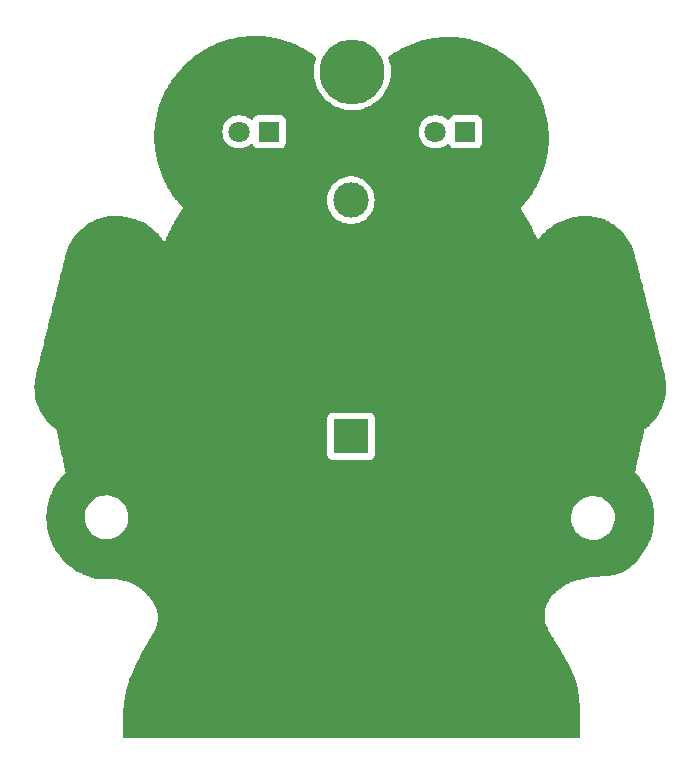
<source format=gbr>
%TF.GenerationSoftware,KiCad,Pcbnew,7.0.1*%
%TF.CreationDate,2023-05-15T20:45:38+02:00*%
%TF.ProjectId,robi,726f6269-2e6b-4696-9361-645f70636258,rev?*%
%TF.SameCoordinates,Original*%
%TF.FileFunction,Copper,L1,Top*%
%TF.FilePolarity,Positive*%
%FSLAX46Y46*%
G04 Gerber Fmt 4.6, Leading zero omitted, Abs format (unit mm)*
G04 Created by KiCad (PCBNEW 7.0.1) date 2023-05-15 20:45:38*
%MOMM*%
%LPD*%
G01*
G04 APERTURE LIST*
%TA.AperFunction,ComponentPad*%
%ADD10R,1.800000X1.800000*%
%TD*%
%TA.AperFunction,ComponentPad*%
%ADD11C,1.800000*%
%TD*%
%TA.AperFunction,WasherPad*%
%ADD12C,5.500000*%
%TD*%
%TA.AperFunction,ComponentPad*%
%ADD13R,3.000000X3.000000*%
%TD*%
%TA.AperFunction,ComponentPad*%
%ADD14C,3.000000*%
%TD*%
G04 APERTURE END LIST*
D10*
%TO.P,D2,1,K*%
%TO.N,GND*%
X87200000Y-50200000D03*
D11*
%TO.P,D2,2,A*%
%TO.N,VCC*%
X84660000Y-50200000D03*
%TD*%
D10*
%TO.P,D1,1,K*%
%TO.N,GND*%
X70575000Y-50200000D03*
D11*
%TO.P,D1,2,A*%
%TO.N,VCC*%
X68035000Y-50200000D03*
%TD*%
D12*
%TO.P,,*%
%TO.N,*%
X77610000Y-45110000D03*
%TD*%
D13*
%TO.P,Batterie,1,+*%
%TO.N,+3V0*%
X77500000Y-76000000D03*
D14*
%TO.P,Batterie,2,-*%
%TO.N,GND*%
X77500000Y-56000000D03*
%TD*%
%TA.AperFunction,NonConductor*%
G36*
X69473519Y-42093881D02*
G01*
X69729625Y-42100226D01*
X69733401Y-42100379D01*
X69989192Y-42114720D01*
X69993019Y-42114994D01*
X70248275Y-42137260D01*
X70252011Y-42137644D01*
X70506472Y-42167766D01*
X70510202Y-42168265D01*
X70763695Y-42206176D01*
X70767332Y-42206777D01*
X71019612Y-42252410D01*
X71023217Y-42253120D01*
X71246733Y-42300601D01*
X71273975Y-42306388D01*
X71277635Y-42307223D01*
X71348086Y-42324433D01*
X71522449Y-42367027D01*
X71526662Y-42368056D01*
X71530280Y-42368998D01*
X71777408Y-42437340D01*
X71780957Y-42438379D01*
X72025965Y-42514162D01*
X72029482Y-42515308D01*
X72272058Y-42598437D01*
X72275565Y-42599698D01*
X72323115Y-42617614D01*
X72510085Y-42688061D01*
X72515516Y-42690107D01*
X72518975Y-42691470D01*
X72756067Y-42789084D01*
X72759451Y-42790537D01*
X72993565Y-42895332D01*
X72996929Y-42896901D01*
X73227782Y-43008785D01*
X73230931Y-43010368D01*
X73404599Y-43100841D01*
X73408367Y-43102889D01*
X73579433Y-43199776D01*
X73582945Y-43201843D01*
X73709626Y-43279273D01*
X73752064Y-43305212D01*
X73755372Y-43307306D01*
X73902319Y-43403627D01*
X73922453Y-43416824D01*
X73925526Y-43418905D01*
X74090511Y-43534263D01*
X74090529Y-43534275D01*
X74093380Y-43536330D01*
X74146158Y-43575513D01*
X74256210Y-43657218D01*
X74258871Y-43659250D01*
X74419333Y-43785240D01*
X74421806Y-43787233D01*
X74446139Y-43807368D01*
X74508379Y-43858869D01*
X74540440Y-43899358D01*
X74553227Y-43949395D01*
X74544521Y-44000300D01*
X74517537Y-44068024D01*
X74424239Y-44404055D01*
X74423008Y-44408490D01*
X74386603Y-44630553D01*
X74365843Y-44757183D01*
X74346713Y-45110000D01*
X74365843Y-45462816D01*
X74365843Y-45462821D01*
X74365844Y-45462823D01*
X74383014Y-45567553D01*
X74423009Y-45811517D01*
X74517535Y-46151971D01*
X74648321Y-46480219D01*
X74813827Y-46792395D01*
X75012122Y-47084859D01*
X75240869Y-47354160D01*
X75497391Y-47597152D01*
X75516145Y-47611408D01*
X75778686Y-47810986D01*
X76081449Y-47993152D01*
X76247315Y-48069890D01*
X76402133Y-48141517D01*
X76736978Y-48254339D01*
X76748477Y-48256870D01*
X77082059Y-48330297D01*
X77398872Y-48364752D01*
X77433328Y-48368500D01*
X77433329Y-48368500D01*
X77786671Y-48368500D01*
X77786672Y-48368500D01*
X77818049Y-48365087D01*
X78137941Y-48330297D01*
X78483021Y-48254339D01*
X78817867Y-48141517D01*
X79138551Y-47993152D01*
X79441314Y-47810986D01*
X79722607Y-47597153D01*
X79979131Y-47354160D01*
X80207879Y-47084857D01*
X80406170Y-46792400D01*
X80555633Y-46510482D01*
X80571678Y-46480219D01*
X80702464Y-46151971D01*
X80796990Y-45811517D01*
X80796989Y-45811517D01*
X80796992Y-45811510D01*
X80854156Y-45462823D01*
X80873286Y-45110000D01*
X80854156Y-44757177D01*
X80796992Y-44408490D01*
X80761639Y-44281160D01*
X80702465Y-44068032D01*
X80664689Y-43973223D01*
X80656144Y-43919261D01*
X80671620Y-43866865D01*
X80708109Y-43826208D01*
X80886724Y-43699436D01*
X80889286Y-43697668D01*
X81075221Y-43572911D01*
X81077809Y-43571222D01*
X81267041Y-43451339D01*
X81269755Y-43449670D01*
X81272444Y-43448064D01*
X81461973Y-43334858D01*
X81464727Y-43333262D01*
X81659876Y-43223565D01*
X81662650Y-43222054D01*
X81860631Y-43117536D01*
X81863489Y-43116075D01*
X82064103Y-43016863D01*
X82066964Y-43015494D01*
X82270133Y-42921644D01*
X82273040Y-42920347D01*
X82478611Y-42831958D01*
X82481554Y-42830739D01*
X82689340Y-42747918D01*
X82692358Y-42746762D01*
X82902276Y-42669576D01*
X82905383Y-42668482D01*
X83117289Y-42597023D01*
X83120371Y-42596031D01*
X83317030Y-42535637D01*
X83334015Y-42530421D01*
X83337259Y-42529472D01*
X83552656Y-42469749D01*
X83555857Y-42468909D01*
X83774224Y-42414828D01*
X83775932Y-42414420D01*
X83981885Y-42367017D01*
X83985050Y-42366333D01*
X84190843Y-42324754D01*
X84194034Y-42324154D01*
X84400874Y-42288070D01*
X84403975Y-42287571D01*
X84611638Y-42256972D01*
X84614834Y-42256544D01*
X84823236Y-42231399D01*
X84826324Y-42231067D01*
X85035371Y-42211346D01*
X85038457Y-42211095D01*
X85247922Y-42196782D01*
X85251073Y-42196607D01*
X85460892Y-42187670D01*
X85463917Y-42187580D01*
X85673960Y-42183994D01*
X85676952Y-42183981D01*
X85887043Y-42185720D01*
X85890128Y-42185785D01*
X86100136Y-42192822D01*
X86103169Y-42192962D01*
X86312990Y-42205272D01*
X86315969Y-42205484D01*
X86525469Y-42223038D01*
X86528449Y-42223325D01*
X86737522Y-42246102D01*
X86740537Y-42246469D01*
X86948900Y-42274421D01*
X86951856Y-42274854D01*
X87136666Y-42304327D01*
X87159535Y-42307974D01*
X87162557Y-42308494D01*
X87369315Y-42346736D01*
X87372306Y-42347328D01*
X87578127Y-42390686D01*
X87581012Y-42391331D01*
X87773832Y-42436954D01*
X87785662Y-42439753D01*
X87788639Y-42440496D01*
X87791701Y-42441301D01*
X87992036Y-42493969D01*
X87994922Y-42494766D01*
X88197000Y-42553277D01*
X88199865Y-42554146D01*
X88400338Y-42617624D01*
X88403206Y-42618571D01*
X88602086Y-42687031D01*
X88604921Y-42688047D01*
X88801947Y-42761416D01*
X88804750Y-42762499D01*
X88999886Y-42840781D01*
X89002744Y-42841971D01*
X89195789Y-42925111D01*
X89198564Y-42926347D01*
X89389375Y-43014306D01*
X89392165Y-43015635D01*
X89565267Y-43100827D01*
X89580689Y-43108417D01*
X89583505Y-43109848D01*
X89769548Y-43207394D01*
X89772305Y-43208886D01*
X89955707Y-43311147D01*
X89958420Y-43312705D01*
X90139267Y-43419775D01*
X90141999Y-43421442D01*
X90320922Y-43533781D01*
X90322385Y-43534714D01*
X90468863Y-43629732D01*
X90525304Y-43666344D01*
X90528457Y-43668459D01*
X90725592Y-43805176D01*
X90728651Y-43807368D01*
X90921374Y-43949950D01*
X90924360Y-43952230D01*
X91112634Y-44100550D01*
X91115521Y-44102895D01*
X91299308Y-44256834D01*
X91302097Y-44259242D01*
X91481221Y-44418568D01*
X91483894Y-44421017D01*
X91518749Y-44453908D01*
X91658306Y-44585604D01*
X91660903Y-44588127D01*
X91830451Y-44757754D01*
X91832954Y-44760333D01*
X91997609Y-44934903D01*
X91999972Y-44937481D01*
X92159622Y-45116809D01*
X92161920Y-45119467D01*
X92316343Y-45303243D01*
X92318572Y-45305973D01*
X92467796Y-45494171D01*
X92469935Y-45496948D01*
X92613792Y-45689307D01*
X92615843Y-45692132D01*
X92754313Y-45888586D01*
X92756278Y-45891459D01*
X92889182Y-46091723D01*
X92891061Y-46094641D01*
X93018342Y-46298601D01*
X93020135Y-46301566D01*
X93141659Y-46508990D01*
X93143367Y-46512001D01*
X93259096Y-46722813D01*
X93260720Y-46725871D01*
X93370497Y-46939790D01*
X93372032Y-46942888D01*
X93443209Y-47091687D01*
X93475781Y-47159779D01*
X93477236Y-47162933D01*
X93574888Y-47382686D01*
X93576256Y-47385886D01*
X93667646Y-47608158D01*
X93668929Y-47611408D01*
X93754037Y-47836212D01*
X93755234Y-47839512D01*
X93833912Y-48066541D01*
X93835015Y-48069880D01*
X93884573Y-48227207D01*
X93907193Y-48299019D01*
X93908211Y-48302419D01*
X93973777Y-48533443D01*
X93974703Y-48536894D01*
X94033583Y-48769701D01*
X94034414Y-48773202D01*
X94086497Y-49007540D01*
X94087232Y-49011091D01*
X94132429Y-49246799D01*
X94133065Y-49250402D01*
X94171286Y-49487317D01*
X94171820Y-49490969D01*
X94202978Y-49728958D01*
X94203406Y-49732659D01*
X94227512Y-49972591D01*
X94227740Y-49975122D01*
X94245534Y-50198083D01*
X94245764Y-50201593D01*
X94257176Y-50423966D01*
X94257306Y-50427449D01*
X94262463Y-50650031D01*
X94262495Y-50653483D01*
X94261453Y-50876089D01*
X94261389Y-50879515D01*
X94254199Y-51101981D01*
X94254043Y-51105373D01*
X94240761Y-51327593D01*
X94240514Y-51330953D01*
X94221202Y-51552715D01*
X94220867Y-51556043D01*
X94195573Y-51777261D01*
X94195152Y-51780557D01*
X94163921Y-52001153D01*
X94163414Y-52004416D01*
X94126334Y-52224019D01*
X94125745Y-52227248D01*
X94082842Y-52445916D01*
X94082171Y-52449113D01*
X94033506Y-52666646D01*
X94032754Y-52669811D01*
X93978392Y-52886026D01*
X93977561Y-52889157D01*
X93917563Y-53103900D01*
X93916653Y-53107001D01*
X93851066Y-53320151D01*
X93850078Y-53323219D01*
X93778958Y-53534638D01*
X93777893Y-53537674D01*
X93713466Y-53713921D01*
X93701330Y-53747119D01*
X93700186Y-53750125D01*
X93618193Y-53957575D01*
X93616972Y-53960551D01*
X93529630Y-54165795D01*
X93528332Y-54168739D01*
X93435714Y-54371602D01*
X93434337Y-54374518D01*
X93336457Y-54574942D01*
X93335001Y-54577826D01*
X93231988Y-54775527D01*
X93230454Y-54778380D01*
X93122309Y-54973328D01*
X93120693Y-54976153D01*
X93007505Y-55168136D01*
X93005810Y-55170927D01*
X92887624Y-55359832D01*
X92885846Y-55362592D01*
X92762760Y-55548211D01*
X92760899Y-55550938D01*
X92632903Y-55733233D01*
X92630957Y-55735926D01*
X92498188Y-55914638D01*
X92496156Y-55917297D01*
X92358639Y-56092328D01*
X92356522Y-56094949D01*
X92214314Y-56266162D01*
X92212108Y-56268745D01*
X92065272Y-56435989D01*
X92062977Y-56438531D01*
X91928559Y-56583361D01*
X91904987Y-56603146D01*
X91901146Y-56605628D01*
X91901142Y-56605633D01*
X91892010Y-56629266D01*
X91888854Y-56636702D01*
X91877901Y-56660338D01*
X91877420Y-56665853D01*
X91884105Y-56691027D01*
X91885924Y-56698901D01*
X91890817Y-56723760D01*
X91890819Y-56723763D01*
X91894167Y-56726870D01*
X91913959Y-56750453D01*
X91995191Y-56876145D01*
X91996053Y-56877499D01*
X92137233Y-57102280D01*
X92138248Y-57103923D01*
X92275853Y-57330780D01*
X92276845Y-57332446D01*
X92410795Y-57561271D01*
X92411764Y-57562957D01*
X92542159Y-57793944D01*
X92543105Y-57795650D01*
X92564633Y-57835228D01*
X92664749Y-58019286D01*
X92669780Y-58028534D01*
X92670703Y-58030263D01*
X92793724Y-58265200D01*
X92794623Y-58266950D01*
X92913887Y-58503781D01*
X92914762Y-58505554D01*
X93030245Y-58744276D01*
X93031094Y-58746068D01*
X93142705Y-58986522D01*
X93143531Y-58988339D01*
X93247593Y-59222317D01*
X93251954Y-59233568D01*
X93258809Y-59254176D01*
X93258810Y-59254177D01*
X93265492Y-59258961D01*
X93285498Y-59276855D01*
X93290994Y-59282964D01*
X93290995Y-59282964D01*
X93300951Y-59288717D01*
X93311910Y-59292194D01*
X93311911Y-59292195D01*
X93320136Y-59292137D01*
X93346824Y-59294854D01*
X93354870Y-59296568D01*
X93354873Y-59296566D01*
X93366311Y-59295369D01*
X93377217Y-59291741D01*
X93377219Y-59291741D01*
X93383829Y-59286867D01*
X93407028Y-59273370D01*
X93414543Y-59270029D01*
X93425411Y-59251220D01*
X93431942Y-59241090D01*
X93462896Y-59197856D01*
X93465043Y-59194950D01*
X93582556Y-59040745D01*
X93585999Y-59036432D01*
X93709185Y-58889104D01*
X93712878Y-58884889D01*
X93842536Y-58743566D01*
X93846534Y-58739408D01*
X93982547Y-58604437D01*
X93986790Y-58600422D01*
X94127895Y-58473193D01*
X94133659Y-58468309D01*
X94137341Y-58465377D01*
X94317828Y-58321638D01*
X94323123Y-58317649D01*
X94515251Y-58180839D01*
X94520599Y-58177238D01*
X94719631Y-58050741D01*
X94725064Y-58047482D01*
X94930390Y-57931380D01*
X94935868Y-57928462D01*
X95146965Y-57822777D01*
X95152501Y-57820175D01*
X95368819Y-57724953D01*
X95374359Y-57722673D01*
X95595333Y-57637953D01*
X95600876Y-57635979D01*
X95825947Y-57561804D01*
X95831450Y-57560132D01*
X96060046Y-57496543D01*
X96065563Y-57495146D01*
X96287087Y-57444475D01*
X96297029Y-57442201D01*
X96302607Y-57441058D01*
X96536398Y-57398780D01*
X96541954Y-57397906D01*
X96777519Y-57366320D01*
X96783078Y-57365703D01*
X97019771Y-57344848D01*
X97025357Y-57344482D01*
X97262648Y-57334372D01*
X97268200Y-57334261D01*
X97505473Y-57334920D01*
X97511102Y-57335064D01*
X97744430Y-57346346D01*
X97753644Y-57347138D01*
X98044804Y-57383189D01*
X98054060Y-57384692D01*
X98336246Y-57441565D01*
X98341084Y-57442540D01*
X98349969Y-57444674D01*
X98440593Y-57470010D01*
X98632035Y-57523531D01*
X98640532Y-57526240D01*
X98916523Y-57625282D01*
X98924615Y-57628511D01*
X99193377Y-57746894D01*
X99201085Y-57750611D01*
X99283520Y-57793944D01*
X99461470Y-57887484D01*
X99468800Y-57891662D01*
X99719581Y-58046113D01*
X99726526Y-58050720D01*
X99966563Y-58221871D01*
X99973143Y-58226904D01*
X100194703Y-58408465D01*
X100201226Y-58413810D01*
X100207479Y-58419295D01*
X100412435Y-58611624D01*
X100422455Y-58621026D01*
X100428357Y-58626951D01*
X100629093Y-58842581D01*
X100634638Y-58848962D01*
X100819984Y-59077531D01*
X100825147Y-59084370D01*
X100993987Y-59324919D01*
X100998756Y-59332253D01*
X101149971Y-59583798D01*
X101154313Y-59591650D01*
X101286870Y-59853324D01*
X101290718Y-59861676D01*
X101401013Y-60126444D01*
X101406364Y-60142189D01*
X101465706Y-60364811D01*
X101465735Y-60365032D01*
X101465763Y-60365025D01*
X101528559Y-60602299D01*
X101528611Y-60602498D01*
X101590786Y-60839013D01*
X101590810Y-60839205D01*
X101590835Y-60839199D01*
X101652847Y-61076583D01*
X101652869Y-61076760D01*
X101652892Y-61076755D01*
X101714552Y-61314175D01*
X101714592Y-61314331D01*
X101775984Y-61551989D01*
X101776021Y-61552133D01*
X101836827Y-61788691D01*
X101836860Y-61788820D01*
X101897845Y-62027137D01*
X101897874Y-62027252D01*
X101945734Y-62215026D01*
X101958357Y-62264551D01*
X101992458Y-62398817D01*
X102018906Y-62502949D01*
X102018928Y-62503036D01*
X102079115Y-62740726D01*
X102139194Y-62978594D01*
X102139209Y-62978653D01*
X102199176Y-63216573D01*
X102199187Y-63216618D01*
X102210780Y-63262684D01*
X102250678Y-63421233D01*
X102258972Y-63454189D01*
X102258972Y-63454190D01*
X102319150Y-63693577D01*
X102378683Y-63930544D01*
X102378606Y-63930563D01*
X102378771Y-63930892D01*
X102439355Y-64175025D01*
X102439365Y-64175129D01*
X102447367Y-64207310D01*
X102447380Y-64207362D01*
X102455956Y-64241920D01*
X102455997Y-64242017D01*
X102508097Y-64451543D01*
X102508106Y-64451625D01*
X102516454Y-64485148D01*
X102516464Y-64485187D01*
X102524652Y-64518116D01*
X102524682Y-64518187D01*
X102577834Y-64731608D01*
X102577840Y-64731657D01*
X102584400Y-64757973D01*
X102584406Y-64757998D01*
X102593330Y-64793829D01*
X102593354Y-64793890D01*
X102646883Y-65008586D01*
X102646887Y-65008625D01*
X102654910Y-65040780D01*
X102654909Y-65040781D01*
X102661560Y-65067451D01*
X102661571Y-65067481D01*
X102732577Y-65352079D01*
X102732581Y-65352089D01*
X102793920Y-65597884D01*
X102861516Y-65868798D01*
X102861520Y-65868816D01*
X102931145Y-66148042D01*
X102931152Y-66148071D01*
X102952036Y-66231912D01*
X102983850Y-66359634D01*
X102999967Y-66424335D01*
X102999967Y-66424336D01*
X103068972Y-66701783D01*
X103068985Y-66701837D01*
X103081860Y-66753702D01*
X103137553Y-66978057D01*
X103166156Y-67093556D01*
X103206098Y-67254845D01*
X103206117Y-67254923D01*
X103266389Y-67498982D01*
X103274648Y-67532426D01*
X103342650Y-67808690D01*
X103355094Y-67859432D01*
X103410698Y-68086175D01*
X103410726Y-68086289D01*
X103478109Y-68362196D01*
X103478354Y-68363218D01*
X103514140Y-68515330D01*
X103514303Y-68517371D01*
X103521983Y-68548690D01*
X103522255Y-68549819D01*
X103529657Y-68581277D01*
X103530438Y-68583163D01*
X103582442Y-68795208D01*
X103582592Y-68796902D01*
X103590663Y-68828743D01*
X103590893Y-68829667D01*
X103598724Y-68861591D01*
X103599386Y-68863149D01*
X103652906Y-69074254D01*
X103652986Y-69075105D01*
X103661484Y-69108095D01*
X103661383Y-69108120D01*
X103661601Y-69108550D01*
X103670002Y-69141686D01*
X103670336Y-69142463D01*
X103720034Y-69335397D01*
X103733305Y-69386917D01*
X103783492Y-69581876D01*
X103804882Y-69664969D01*
X103805008Y-69665464D01*
X103875180Y-69942782D01*
X103875422Y-69943755D01*
X103943114Y-70220670D01*
X103943461Y-70222126D01*
X104007600Y-70498945D01*
X104008033Y-70500886D01*
X104067521Y-70777753D01*
X104068018Y-70780184D01*
X104121803Y-71057411D01*
X104122334Y-71060334D01*
X104168484Y-71332990D01*
X104169679Y-71342082D01*
X104195964Y-71621789D01*
X104196482Y-71630837D01*
X104202261Y-71911308D01*
X104202128Y-71920142D01*
X104187919Y-72200336D01*
X104187183Y-72208929D01*
X104153496Y-72487755D01*
X104152199Y-72496093D01*
X104099563Y-72772323D01*
X104097744Y-72780396D01*
X104026684Y-73052942D01*
X104024369Y-73060758D01*
X103935448Y-73328375D01*
X103932659Y-73335939D01*
X103826437Y-73597454D01*
X103823185Y-73604773D01*
X103700234Y-73859026D01*
X103696521Y-73866111D01*
X103557459Y-74111862D01*
X103553288Y-74118705D01*
X103506015Y-74190911D01*
X103398696Y-74354826D01*
X103394043Y-74361449D01*
X103224575Y-74586715D01*
X103219432Y-74593100D01*
X103035687Y-74806396D01*
X103030035Y-74812528D01*
X102832658Y-75012699D01*
X102826478Y-75018551D01*
X102616077Y-75204495D01*
X102609353Y-75210029D01*
X102401378Y-75369293D01*
X102376144Y-75384247D01*
X102370736Y-75386638D01*
X102370734Y-75386640D01*
X102358674Y-75407409D01*
X102353569Y-75415469D01*
X102339957Y-75435234D01*
X102339956Y-75435237D01*
X102340105Y-75441143D01*
X102337370Y-75470342D01*
X102303172Y-75629279D01*
X102293695Y-75673331D01*
X102288883Y-75695694D01*
X102288883Y-75695696D01*
X102240899Y-75918728D01*
X102240899Y-75918731D01*
X102202387Y-76097744D01*
X102202388Y-76097742D01*
X102141952Y-76378682D01*
X102103662Y-76556684D01*
X102103662Y-76556687D01*
X102058463Y-76766818D01*
X102007718Y-77002728D01*
X102007718Y-77002731D01*
X101959748Y-77225750D01*
X101959748Y-77225753D01*
X101914551Y-77435881D01*
X101914551Y-77435882D01*
X101863806Y-77671792D01*
X101863806Y-77671795D01*
X101827221Y-77841874D01*
X101812998Y-77908000D01*
X101812998Y-77908002D01*
X101758174Y-78162861D01*
X101722198Y-78330104D01*
X101722198Y-78330105D01*
X101713563Y-78370245D01*
X101674677Y-78551001D01*
X101619997Y-78805155D01*
X101619995Y-78805158D01*
X101585882Y-78963699D01*
X101581810Y-78974895D01*
X101575363Y-79012111D01*
X101574410Y-79017017D01*
X101569572Y-79039506D01*
X101569309Y-79047047D01*
X101569008Y-79048783D01*
X101570396Y-79058447D01*
X101573016Y-79067576D01*
X101576967Y-79076509D01*
X101578129Y-79077806D01*
X101582351Y-79084061D01*
X101598377Y-79100558D01*
X101601766Y-79104190D01*
X101620544Y-79125150D01*
X101627013Y-79132370D01*
X101636408Y-79139705D01*
X101776624Y-79284040D01*
X101780724Y-79288471D01*
X101943259Y-79472952D01*
X101947101Y-79477532D01*
X102100603Y-79669693D01*
X102104194Y-79674415D01*
X102248397Y-79873790D01*
X102251740Y-79878651D01*
X102386327Y-80084706D01*
X102389424Y-80089703D01*
X102514149Y-80302003D01*
X102517003Y-80307136D01*
X102631503Y-80525039D01*
X102634115Y-80530309D01*
X102738761Y-80754698D01*
X102740527Y-80758664D01*
X102806757Y-80914723D01*
X102808732Y-80919670D01*
X102898786Y-81160085D01*
X102900857Y-81166076D01*
X102978239Y-81409933D01*
X102979988Y-81415973D01*
X103044918Y-81663478D01*
X103046353Y-81669567D01*
X103098729Y-81920083D01*
X103099851Y-81926215D01*
X103139573Y-82179069D01*
X103140385Y-82185248D01*
X103167355Y-82439787D01*
X103167856Y-82446010D01*
X103181977Y-82701546D01*
X103182165Y-82707813D01*
X103183351Y-82963722D01*
X103183219Y-82970033D01*
X103171384Y-83225596D01*
X103170926Y-83231948D01*
X103145970Y-83486728D01*
X103145210Y-83492896D01*
X103102307Y-83781132D01*
X103101066Y-83788096D01*
X103041933Y-84072760D01*
X103040324Y-84079543D01*
X102965225Y-84360668D01*
X102963263Y-84367271D01*
X102872588Y-84644040D01*
X102870284Y-84650468D01*
X102764466Y-84921939D01*
X102761828Y-84928195D01*
X102641277Y-85193543D01*
X102638307Y-85199633D01*
X102503456Y-85457972D01*
X102500153Y-85463899D01*
X102351416Y-85714402D01*
X102347775Y-85720167D01*
X102185606Y-85961948D01*
X102181619Y-85967549D01*
X102006486Y-86199723D01*
X102002145Y-86205155D01*
X101814452Y-86426934D01*
X101809744Y-86432186D01*
X101609964Y-86642704D01*
X101604879Y-86647762D01*
X101393447Y-86846203D01*
X101387973Y-86851044D01*
X101165372Y-87036559D01*
X101159504Y-87041159D01*
X100926116Y-87212988D01*
X100919849Y-87217311D01*
X100674527Y-87375674D01*
X100669725Y-87378621D01*
X100555451Y-87445237D01*
X100547857Y-87449318D01*
X100316450Y-87563463D01*
X100305932Y-87568059D01*
X100079731Y-87654663D01*
X100069485Y-87658082D01*
X99843190Y-87722791D01*
X99833963Y-87725051D01*
X99604648Y-87771985D01*
X99597041Y-87773296D01*
X99362201Y-87806300D01*
X99356596Y-87806958D01*
X99114103Y-87829845D01*
X99110647Y-87830123D01*
X98858696Y-87846812D01*
X98857375Y-87846892D01*
X98629874Y-87859525D01*
X98628671Y-87859407D01*
X98595273Y-87861444D01*
X98594610Y-87861483D01*
X98561134Y-87863344D01*
X98559952Y-87863600D01*
X98355455Y-87876086D01*
X98351341Y-87875732D01*
X98322505Y-87878073D01*
X98320089Y-87878245D01*
X98306413Y-87879081D01*
X98306412Y-87879081D01*
X98291232Y-87880008D01*
X98287216Y-87880938D01*
X98069233Y-87898638D01*
X98062937Y-87898261D01*
X98037893Y-87901116D01*
X98033899Y-87901506D01*
X98008779Y-87903548D01*
X98002675Y-87905133D01*
X97769783Y-87931696D01*
X97761884Y-87931521D01*
X97739797Y-87935001D01*
X97734561Y-87935712D01*
X97712379Y-87938243D01*
X97704817Y-87940515D01*
X97455747Y-87979771D01*
X97446758Y-87979992D01*
X97426898Y-87984159D01*
X97420752Y-87985287D01*
X97400730Y-87988443D01*
X97392252Y-87991428D01*
X97125752Y-88047346D01*
X97116104Y-88048097D01*
X97097795Y-88053016D01*
X97091112Y-88054613D01*
X97082454Y-88056431D01*
X97072553Y-88058509D01*
X97063607Y-88062204D01*
X96778376Y-88138866D01*
X96768418Y-88140216D01*
X96751102Y-88145976D01*
X96744163Y-88148061D01*
X96735147Y-88150485D01*
X96726564Y-88152792D01*
X96717520Y-88157148D01*
X96413797Y-88258186D01*
X96405830Y-88259688D01*
X96385342Y-88267525D01*
X96380198Y-88269363D01*
X96359366Y-88276295D01*
X96352244Y-88280188D01*
X96220651Y-88330534D01*
X96211548Y-88332715D01*
X96193675Y-88340668D01*
X96187584Y-88343187D01*
X96169308Y-88350180D01*
X96161321Y-88355066D01*
X95847508Y-88494716D01*
X95835552Y-88498444D01*
X95830177Y-88501378D01*
X95830177Y-88501379D01*
X95824190Y-88504647D01*
X95815194Y-88509097D01*
X95803364Y-88514361D01*
X95793151Y-88521595D01*
X95505517Y-88678657D01*
X95493468Y-88683553D01*
X95483628Y-88690086D01*
X95474490Y-88695600D01*
X95464132Y-88701257D01*
X95454179Y-88709639D01*
X95195112Y-88881655D01*
X95183110Y-88887828D01*
X95174837Y-88894491D01*
X95165662Y-88901210D01*
X95156809Y-88907088D01*
X95147299Y-88916670D01*
X94916814Y-89102302D01*
X94905058Y-89109835D01*
X94898323Y-89116439D01*
X94889295Y-89124466D01*
X94881944Y-89130387D01*
X94873081Y-89141192D01*
X94671208Y-89339165D01*
X94659920Y-89348114D01*
X94654635Y-89354494D01*
X94645986Y-89363901D01*
X94640064Y-89369709D01*
X94632088Y-89381715D01*
X94458913Y-89590792D01*
X94448344Y-89601174D01*
X94444385Y-89607180D01*
X94436364Y-89618016D01*
X94431778Y-89623552D01*
X94424943Y-89636673D01*
X94280571Y-89855700D01*
X94271024Y-89867439D01*
X94268214Y-89872988D01*
X94261137Y-89885185D01*
X94257707Y-89890389D01*
X94252250Y-89904512D01*
X94136920Y-90132265D01*
X94128654Y-90145257D01*
X94126790Y-90150356D01*
X94120964Y-90163775D01*
X94118507Y-90168628D01*
X94114657Y-90183546D01*
X94028642Y-90418836D01*
X94021911Y-90432882D01*
X94020803Y-90437631D01*
X94016517Y-90452003D01*
X94014836Y-90456602D01*
X94012773Y-90472050D01*
X93956408Y-90713645D01*
X93951408Y-90728491D01*
X93950920Y-90733065D01*
X93948380Y-90748060D01*
X93947334Y-90752540D01*
X93947167Y-90768202D01*
X93920818Y-91014862D01*
X93917675Y-91030197D01*
X93917750Y-91034825D01*
X93917065Y-91049993D01*
X93916573Y-91054594D01*
X93918323Y-91070152D01*
X93922383Y-91320590D01*
X93921132Y-91336094D01*
X93921810Y-91341010D01*
X93922955Y-91355917D01*
X93923035Y-91360890D01*
X93926636Y-91376022D01*
X93961507Y-91628978D01*
X93962100Y-91644318D01*
X93963507Y-91649729D01*
X93966333Y-91663983D01*
X93967098Y-91669531D01*
X93972403Y-91683939D01*
X94038518Y-91938191D01*
X94040824Y-91953070D01*
X94043137Y-91959083D01*
X94047410Y-91972387D01*
X94049036Y-91978641D01*
X94055835Y-91992094D01*
X94153669Y-92246444D01*
X94157500Y-92260628D01*
X94160932Y-92267310D01*
X94166357Y-92279430D01*
X94169055Y-92286444D01*
X94177083Y-92298751D01*
X94304999Y-92547775D01*
X94308441Y-92557294D01*
X94317637Y-92572856D01*
X94321179Y-92579276D01*
X94329446Y-92595370D01*
X94335658Y-92603354D01*
X94476827Y-92842265D01*
X94477829Y-92844750D01*
X94486545Y-92859088D01*
X94486546Y-92859089D01*
X94494125Y-92871557D01*
X94494846Y-92872760D01*
X94502263Y-92885311D01*
X94510817Y-92899786D01*
X94512534Y-92901836D01*
X94654196Y-93134854D01*
X94654847Y-93136423D01*
X94672128Y-93164356D01*
X94672630Y-93165175D01*
X94689693Y-93193242D01*
X94690790Y-93194525D01*
X94821196Y-93405328D01*
X94834143Y-93426256D01*
X94834406Y-93426878D01*
X94852413Y-93455793D01*
X94852333Y-93455842D01*
X94852608Y-93456105D01*
X94870871Y-93485626D01*
X94871303Y-93486126D01*
X95033555Y-93746653D01*
X95033508Y-93746682D01*
X95033667Y-93746832D01*
X95213940Y-94037401D01*
X95214358Y-94038080D01*
X95391933Y-94328450D01*
X95392650Y-94329635D01*
X95566257Y-94620775D01*
X95567209Y-94622402D01*
X95735160Y-94914567D01*
X95736399Y-94916777D01*
X95897276Y-95210635D01*
X95898774Y-95213457D01*
X96051046Y-95509455D01*
X96052737Y-95512870D01*
X96069878Y-95548869D01*
X96156302Y-95730373D01*
X96194958Y-95811555D01*
X96196786Y-95815579D01*
X96243687Y-95923891D01*
X96327536Y-96117528D01*
X96329448Y-96122203D01*
X96447293Y-96427934D01*
X96449207Y-96433257D01*
X96552760Y-96743363D01*
X96554585Y-96749325D01*
X96642442Y-97064330D01*
X96644083Y-97070899D01*
X96715000Y-97391977D01*
X96716285Y-97398665D01*
X96757756Y-97651686D01*
X96758282Y-97655207D01*
X96768891Y-97734056D01*
X96792144Y-97906887D01*
X96792847Y-97912108D01*
X96793236Y-97915321D01*
X96821099Y-98173175D01*
X96821378Y-98176069D01*
X96843241Y-98435131D01*
X96843431Y-98437699D01*
X96859947Y-98697748D01*
X96860068Y-98699982D01*
X96871917Y-98960874D01*
X96871989Y-98962776D01*
X96879860Y-99224732D01*
X96879897Y-99226298D01*
X96884469Y-99488941D01*
X96884485Y-99490172D01*
X96886454Y-99753668D01*
X96886457Y-99754566D01*
X96886519Y-100018739D01*
X96886518Y-100019303D01*
X96885376Y-100283886D01*
X96885375Y-100284119D01*
X96883942Y-100515560D01*
X96883913Y-100515743D01*
X96883734Y-100549270D01*
X96883733Y-100549270D01*
X96883734Y-100549271D01*
X96883513Y-100584991D01*
X96883541Y-100585174D01*
X96882492Y-100780133D01*
X96882368Y-100780904D01*
X96882303Y-100815375D01*
X96882301Y-100815805D01*
X96882118Y-100849866D01*
X96882236Y-100850632D01*
X96881868Y-101046128D01*
X96881658Y-101047473D01*
X96881800Y-101080817D01*
X96881801Y-101081573D01*
X96881739Y-101114882D01*
X96881952Y-101116220D01*
X96882795Y-101312068D01*
X96882509Y-101313981D01*
X96882937Y-101346340D01*
X96882947Y-101347442D01*
X96883087Y-101379957D01*
X96883405Y-101381867D01*
X96883444Y-101384784D01*
X96867390Y-101447482D01*
X96821933Y-101493552D01*
X96759455Y-101510442D01*
X80907027Y-101510442D01*
X80906551Y-101510367D01*
X80887347Y-101510408D01*
X80871901Y-101510441D01*
X80871635Y-101510442D01*
X80837019Y-101510442D01*
X80836535Y-101510517D01*
X80681589Y-101510852D01*
X80680559Y-101510855D01*
X80680383Y-101510855D01*
X80393510Y-101511067D01*
X80393356Y-101511067D01*
X80106560Y-101510924D01*
X79816885Y-101510577D01*
X79568384Y-101510241D01*
X79568297Y-101510226D01*
X79530377Y-101510189D01*
X79530376Y-101510188D01*
X79498672Y-101510148D01*
X79498598Y-101510158D01*
X79280474Y-101509948D01*
X79280273Y-101509916D01*
X79245500Y-101509915D01*
X79245290Y-101509914D01*
X79229497Y-101509900D01*
X79211201Y-101509883D01*
X79210998Y-101509913D01*
X78993747Y-101509905D01*
X78993430Y-101509855D01*
X78974097Y-101509882D01*
X78959748Y-101509902D01*
X78958363Y-101509904D01*
X78923684Y-101509904D01*
X78923358Y-101509954D01*
X78706425Y-101510266D01*
X78705978Y-101510196D01*
X78671480Y-101510316D01*
X78671237Y-101510316D01*
X78671230Y-101510317D01*
X78670638Y-101510317D01*
X78636481Y-101510367D01*
X78636033Y-101510438D01*
X78419064Y-101511186D01*
X78418500Y-101511100D01*
X78383572Y-101511309D01*
X78383262Y-101511310D01*
X78349238Y-101511427D01*
X78348677Y-101511518D01*
X78131731Y-101512820D01*
X78131052Y-101512719D01*
X78096838Y-101513029D01*
X78096468Y-101513032D01*
X78062065Y-101513240D01*
X78061385Y-101513352D01*
X77810396Y-101515636D01*
X77809389Y-101515641D01*
X77197744Y-101516240D01*
X76578637Y-101516793D01*
X75969911Y-101517287D01*
X75359942Y-101517736D01*
X74735231Y-101518151D01*
X74108135Y-101518521D01*
X73492070Y-101518845D01*
X72874063Y-101519132D01*
X72290758Y-101519371D01*
X71669432Y-101519591D01*
X71045657Y-101519781D01*
X70417453Y-101519944D01*
X69806918Y-101520075D01*
X69196418Y-101520184D01*
X68581519Y-101520272D01*
X67963589Y-101520342D01*
X67338561Y-101520396D01*
X67338560Y-101520395D01*
X67338560Y-101520396D01*
X66754391Y-101520433D01*
X66115181Y-101520461D01*
X65493420Y-101520479D01*
X65493418Y-101520479D01*
X64878372Y-101520491D01*
X64878370Y-101520491D01*
X64263323Y-101520498D01*
X64263322Y-101520498D01*
X63648273Y-101520502D01*
X63648272Y-101520502D01*
X63033222Y-101520507D01*
X63033220Y-101520507D01*
X62418171Y-101520515D01*
X62418169Y-101520515D01*
X61834952Y-101520526D01*
X61808461Y-101520526D01*
X61803118Y-101520527D01*
X61803117Y-101520526D01*
X61803117Y-101520527D01*
X61219898Y-101520546D01*
X61219896Y-101520546D01*
X60604841Y-101520576D01*
X60581910Y-101520577D01*
X60573008Y-101520578D01*
X60573007Y-101520577D01*
X60573007Y-101520578D01*
X59957951Y-101520620D01*
X59957948Y-101520620D01*
X59374724Y-101520673D01*
X59370000Y-101520673D01*
X59342893Y-101520676D01*
X59342890Y-101520676D01*
X58759664Y-101520747D01*
X58754151Y-101520747D01*
X58727833Y-101520751D01*
X58727830Y-101520751D01*
X58353729Y-101520807D01*
X58291644Y-101504156D01*
X58246237Y-101458659D01*
X58229710Y-101396541D01*
X58229737Y-101383741D01*
X58229738Y-101383740D01*
X58229783Y-101362475D01*
X58229807Y-101351919D01*
X58229806Y-101351918D01*
X58229864Y-101326358D01*
X58229857Y-101326327D01*
X58230221Y-101153724D01*
X58230226Y-101153699D01*
X58230310Y-101111050D01*
X58230310Y-101111027D01*
X58230310Y-101110906D01*
X58230338Y-101098154D01*
X58230337Y-101098152D01*
X58230368Y-101083686D01*
X58230365Y-101083652D01*
X58230752Y-100890576D01*
X58230755Y-100890553D01*
X58230804Y-100864420D01*
X58230804Y-100864401D01*
X58230832Y-100850632D01*
X58230845Y-100844376D01*
X58230844Y-100844374D01*
X58230873Y-100829900D01*
X58230871Y-100829874D01*
X58230966Y-100780904D01*
X58231336Y-100590594D01*
X58231334Y-100590591D01*
X58231363Y-100576108D01*
X58231361Y-100576096D01*
X58231801Y-100347266D01*
X58232312Y-100083050D01*
X58232768Y-99853992D01*
X58233243Y-99625413D01*
X58233711Y-99622368D01*
X58233505Y-99605951D01*
X58233506Y-99605949D01*
X58233326Y-99591616D01*
X58233317Y-99590028D01*
X58233348Y-99575583D01*
X58233347Y-99575580D01*
X58233382Y-99559150D01*
X58232881Y-99556098D01*
X58232217Y-99502993D01*
X58230355Y-99354206D01*
X58230376Y-99349892D01*
X58230667Y-99336884D01*
X58235541Y-99119124D01*
X58235702Y-99115018D01*
X58248665Y-98885354D01*
X58248957Y-98881354D01*
X58269445Y-98652754D01*
X58269854Y-98648881D01*
X58297596Y-98421327D01*
X58298115Y-98417564D01*
X58299772Y-98406756D01*
X58332831Y-98191100D01*
X58333437Y-98187504D01*
X58374889Y-97961927D01*
X58375557Y-97958564D01*
X58423453Y-97733997D01*
X58424172Y-97730831D01*
X58478263Y-97507161D01*
X58479035Y-97504142D01*
X58539038Y-97281416D01*
X58539828Y-97278620D01*
X58605463Y-97056865D01*
X58606301Y-97054155D01*
X58677286Y-96833374D01*
X58678094Y-96830953D01*
X58754193Y-96611039D01*
X58755021Y-96608724D01*
X58835935Y-96389732D01*
X58836761Y-96387564D01*
X58858887Y-96331101D01*
X58875476Y-96288764D01*
X58922159Y-96169633D01*
X58923006Y-96167528D01*
X58941731Y-96122203D01*
X59012661Y-95950509D01*
X59013395Y-95948774D01*
X59107126Y-95732433D01*
X59107821Y-95730863D01*
X59205107Y-95515755D01*
X59205847Y-95514151D01*
X59206450Y-95512870D01*
X59306582Y-95299864D01*
X59307290Y-95298386D01*
X59342138Y-95226793D01*
X59411098Y-95085118D01*
X59411720Y-95083861D01*
X59518429Y-94871374D01*
X59518915Y-94870420D01*
X59628226Y-94658743D01*
X59628628Y-94657974D01*
X59740265Y-94447088D01*
X59740425Y-94446789D01*
X59854113Y-94236671D01*
X59854470Y-94236020D01*
X59969598Y-94027250D01*
X59969730Y-94027011D01*
X60086477Y-93818738D01*
X60204308Y-93611392D01*
X60322842Y-93405124D01*
X60441688Y-93200094D01*
X60561063Y-92995414D01*
X60561101Y-92995436D01*
X60561164Y-92995241D01*
X60680095Y-92792077D01*
X60680126Y-92792023D01*
X60782846Y-92616754D01*
X60787647Y-92610648D01*
X60792982Y-92600601D01*
X60792984Y-92600600D01*
X60798268Y-92590649D01*
X60800756Y-92586193D01*
X60806448Y-92576483D01*
X60806448Y-92576478D01*
X60812203Y-92566662D01*
X60814878Y-92559379D01*
X60895491Y-92407611D01*
X60902876Y-92396866D01*
X60905052Y-92391742D01*
X60905054Y-92391741D01*
X60907477Y-92386035D01*
X60912099Y-92376346D01*
X60917610Y-92365971D01*
X60921308Y-92353479D01*
X60986839Y-92199231D01*
X60993373Y-92187664D01*
X60994991Y-92182652D01*
X60994993Y-92182650D01*
X60996802Y-92177045D01*
X61000663Y-92166694D01*
X61002967Y-92161272D01*
X61002967Y-92161265D01*
X61005027Y-92156417D01*
X61007664Y-92143401D01*
X61058432Y-91986162D01*
X61064821Y-91971099D01*
X61065103Y-91969511D01*
X61065105Y-91969508D01*
X61065202Y-91968960D01*
X61069293Y-91952525D01*
X61069463Y-91952002D01*
X61069462Y-91951999D01*
X61069957Y-91950467D01*
X61071379Y-91934162D01*
X61075326Y-91911933D01*
X61135722Y-91571711D01*
X61139637Y-91555829D01*
X61139965Y-91554798D01*
X61139964Y-91554795D01*
X61140537Y-91552994D01*
X61141359Y-91543303D01*
X61140949Y-91540362D01*
X61139763Y-91524044D01*
X61138568Y-91341010D01*
X61137425Y-91165827D01*
X61138538Y-91148421D01*
X61138735Y-91146957D01*
X61137656Y-91135404D01*
X61137218Y-91134086D01*
X61137218Y-91134084D01*
X61137187Y-91133992D01*
X61132869Y-91117106D01*
X61070078Y-90771894D01*
X61068254Y-90754082D01*
X61064302Y-90739185D01*
X61057058Y-90722805D01*
X60941103Y-90393568D01*
X60936956Y-90377493D01*
X60936368Y-90376365D01*
X60929355Y-90360211D01*
X60928936Y-90359022D01*
X60920031Y-90345026D01*
X60757879Y-90033990D01*
X60751907Y-90019315D01*
X60749617Y-90016014D01*
X60741539Y-90002646D01*
X60739682Y-89999084D01*
X60729466Y-89986972D01*
X60529376Y-89698600D01*
X60523249Y-89687179D01*
X60519649Y-89682838D01*
X60519648Y-89682836D01*
X60515631Y-89677993D01*
X60509213Y-89669541D01*
X60505626Y-89664371D01*
X60505624Y-89664369D01*
X60502410Y-89659737D01*
X60493047Y-89650763D01*
X60481361Y-89636673D01*
X60399751Y-89538271D01*
X60394747Y-89530323D01*
X60381491Y-89515975D01*
X60377123Y-89510986D01*
X60364664Y-89495964D01*
X60357450Y-89489953D01*
X60260082Y-89384562D01*
X60254850Y-89377145D01*
X60244395Y-89366930D01*
X60240446Y-89363071D01*
X60236022Y-89358521D01*
X60222378Y-89343751D01*
X60215111Y-89338314D01*
X60112152Y-89237705D01*
X60106721Y-89230771D01*
X60091270Y-89217090D01*
X60086810Y-89212942D01*
X60072053Y-89198522D01*
X60064744Y-89193604D01*
X59993346Y-89130387D01*
X59956825Y-89098050D01*
X59951207Y-89091550D01*
X59943034Y-89084980D01*
X59943033Y-89084978D01*
X59934768Y-89078334D01*
X59930292Y-89074556D01*
X59914522Y-89060594D01*
X59907169Y-89056148D01*
X59794917Y-88965913D01*
X59789106Y-88959797D01*
X59771841Y-88947193D01*
X59767294Y-88943709D01*
X59758950Y-88937002D01*
X59758949Y-88937001D01*
X59750651Y-88930331D01*
X59743237Y-88926312D01*
X59627285Y-88841665D01*
X59621269Y-88835891D01*
X59603298Y-88823992D01*
X59598651Y-88820761D01*
X59589948Y-88814408D01*
X59589946Y-88814407D01*
X59581268Y-88808073D01*
X59573769Y-88804444D01*
X59531273Y-88776310D01*
X59454754Y-88725651D01*
X59448519Y-88720191D01*
X59429965Y-88709086D01*
X59425217Y-88706096D01*
X59416182Y-88700115D01*
X59416180Y-88700114D01*
X59407183Y-88694158D01*
X59399561Y-88690890D01*
X59278162Y-88618237D01*
X59271665Y-88613050D01*
X59252646Y-88602816D01*
X59247741Y-88600030D01*
X59238473Y-88594484D01*
X59229225Y-88588949D01*
X59221443Y-88586025D01*
X59095927Y-88518485D01*
X59086670Y-88511934D01*
X59079879Y-88508869D01*
X59072495Y-88505536D01*
X59064780Y-88501725D01*
X59057635Y-88497881D01*
X59057632Y-88497880D01*
X59051080Y-88494355D01*
X59040248Y-88490982D01*
X58728854Y-88350446D01*
X58716795Y-88343346D01*
X58709684Y-88340942D01*
X58707909Y-88340342D01*
X58696615Y-88335896D01*
X58688081Y-88332044D01*
X58674411Y-88329017D01*
X58358775Y-88222307D01*
X58345392Y-88216182D01*
X58338142Y-88214574D01*
X58325292Y-88210988D01*
X58318261Y-88208611D01*
X58303637Y-88206920D01*
X57991340Y-88137648D01*
X57976419Y-88132805D01*
X57971872Y-88132371D01*
X57956827Y-88129993D01*
X57952385Y-88129008D01*
X57936710Y-88129012D01*
X57640944Y-88100754D01*
X57629742Y-88098285D01*
X57614455Y-88097912D01*
X57605721Y-88097389D01*
X57597780Y-88096631D01*
X57597778Y-88096631D01*
X57590500Y-88095936D01*
X57579089Y-88097049D01*
X57327332Y-88090907D01*
X57326548Y-88090766D01*
X57292263Y-88090052D01*
X57291824Y-88090042D01*
X57257966Y-88089216D01*
X57257180Y-88089320D01*
X57055023Y-88085110D01*
X57054499Y-88085016D01*
X57019699Y-88084374D01*
X57019410Y-88084368D01*
X56985263Y-88083657D01*
X56984730Y-88083729D01*
X56818126Y-88080660D01*
X56818030Y-88080645D01*
X56800822Y-88080335D01*
X56783710Y-88080027D01*
X56783034Y-88080014D01*
X56750608Y-88079417D01*
X56750513Y-88079430D01*
X56584004Y-88076435D01*
X56583483Y-88076424D01*
X56338026Y-88070977D01*
X56335465Y-88070894D01*
X56091158Y-88060419D01*
X56082907Y-88059789D01*
X55862108Y-88035493D01*
X55847850Y-88033076D01*
X55650810Y-87987711D01*
X55641293Y-87985117D01*
X55449327Y-87924501D01*
X55446516Y-87923576D01*
X55261237Y-87860170D01*
X55257705Y-87858902D01*
X54950326Y-87743208D01*
X54942493Y-87739949D01*
X54648105Y-87605497D01*
X54640682Y-87601802D01*
X54574420Y-87566006D01*
X54355910Y-87447963D01*
X54348907Y-87443879D01*
X54074582Y-87271608D01*
X54067984Y-87267163D01*
X53804996Y-87077458D01*
X53798799Y-87072684D01*
X53694536Y-86986981D01*
X53547971Y-86866506D01*
X53542186Y-86861441D01*
X53304455Y-86639854D01*
X53299030Y-86634476D01*
X53242956Y-86575345D01*
X53075205Y-86398448D01*
X53070151Y-86392780D01*
X53026048Y-86340157D01*
X52861140Y-86143389D01*
X52856442Y-86137421D01*
X52663095Y-85875703D01*
X52658758Y-85869438D01*
X52481916Y-85596442D01*
X52477943Y-85589873D01*
X52467062Y-85570551D01*
X52318423Y-85306613D01*
X52314848Y-85299772D01*
X52173486Y-85007322D01*
X52170283Y-85000120D01*
X52052585Y-84711058D01*
X52047898Y-84699547D01*
X52045122Y-84692041D01*
X51942510Y-84384381D01*
X51940190Y-84376576D01*
X51857773Y-84061471D01*
X51856230Y-84054823D01*
X51852581Y-84036881D01*
X51790481Y-83731564D01*
X51789069Y-83723143D01*
X51785790Y-83698390D01*
X51746020Y-83398126D01*
X51745203Y-83389816D01*
X51736780Y-83259021D01*
X51724129Y-83062569D01*
X51723874Y-83054437D01*
X51724096Y-82917764D01*
X54945787Y-82917764D01*
X54975413Y-83187016D01*
X54994238Y-83259021D01*
X55043928Y-83449088D01*
X55149870Y-83698390D01*
X55149871Y-83698392D01*
X55290982Y-83929611D01*
X55462244Y-84135404D01*
X55464255Y-84137820D01*
X55665998Y-84318582D01*
X55891910Y-84468044D01*
X55998211Y-84517876D01*
X56137177Y-84583021D01*
X56396562Y-84661058D01*
X56396569Y-84661060D01*
X56664561Y-84700500D01*
X56867631Y-84700500D01*
X56867634Y-84700500D01*
X57070156Y-84685677D01*
X57070155Y-84685677D01*
X57334553Y-84626780D01*
X57587558Y-84530014D01*
X57823777Y-84397441D01*
X58038177Y-84231888D01*
X58226186Y-84036881D01*
X58383799Y-83816579D01*
X58507656Y-83575675D01*
X58595118Y-83319305D01*
X58644319Y-83052933D01*
X58647432Y-82967764D01*
X96145787Y-82967764D01*
X96175413Y-83237016D01*
X96209998Y-83369304D01*
X96243928Y-83499088D01*
X96276472Y-83575670D01*
X96349871Y-83748392D01*
X96490982Y-83979611D01*
X96622718Y-84137908D01*
X96664255Y-84187820D01*
X96865998Y-84368582D01*
X97091910Y-84518044D01*
X97198211Y-84567875D01*
X97337177Y-84633021D01*
X97596562Y-84711058D01*
X97596569Y-84711060D01*
X97864561Y-84750500D01*
X98067631Y-84750500D01*
X98067634Y-84750500D01*
X98270156Y-84735677D01*
X98296157Y-84729885D01*
X98534553Y-84676780D01*
X98787558Y-84580014D01*
X99023777Y-84447441D01*
X99238177Y-84281888D01*
X99426186Y-84086881D01*
X99583799Y-83866579D01*
X99707656Y-83625675D01*
X99795118Y-83369305D01*
X99844319Y-83102933D01*
X99854212Y-82832235D01*
X99824586Y-82562982D01*
X99756072Y-82300912D01*
X99650130Y-82051610D01*
X99549640Y-81886951D01*
X99509017Y-81820388D01*
X99335746Y-81612181D01*
X99330307Y-81607308D01*
X99134002Y-81431418D01*
X98908090Y-81281956D01*
X98908086Y-81281954D01*
X98662822Y-81166978D01*
X98403437Y-81088941D01*
X98403431Y-81088940D01*
X98135439Y-81049500D01*
X97932369Y-81049500D01*
X97932366Y-81049500D01*
X97729843Y-81064322D01*
X97465449Y-81123219D01*
X97212441Y-81219986D01*
X96976223Y-81352559D01*
X96761825Y-81518109D01*
X96573813Y-81713120D01*
X96416201Y-81933420D01*
X96292342Y-82174329D01*
X96204881Y-82430695D01*
X96155680Y-82697066D01*
X96145787Y-82967764D01*
X58647432Y-82967764D01*
X58654212Y-82782235D01*
X58624586Y-82512982D01*
X58556072Y-82250912D01*
X58450130Y-82001610D01*
X58339533Y-81820390D01*
X58309017Y-81770388D01*
X58135746Y-81562181D01*
X58030758Y-81468112D01*
X57934002Y-81381418D01*
X57708090Y-81231956D01*
X57682556Y-81219986D01*
X57462822Y-81116978D01*
X57203437Y-81038941D01*
X57203431Y-81038940D01*
X56935439Y-80999500D01*
X56732369Y-80999500D01*
X56732366Y-80999500D01*
X56529843Y-81014322D01*
X56265449Y-81073219D01*
X56012441Y-81169986D01*
X55776223Y-81302559D01*
X55561825Y-81468109D01*
X55373813Y-81663120D01*
X55216201Y-81883420D01*
X55092342Y-82124329D01*
X55004881Y-82380695D01*
X54955680Y-82647066D01*
X54945787Y-82917764D01*
X51724096Y-82917764D01*
X51724407Y-82726246D01*
X51724678Y-82718265D01*
X51746438Y-82390447D01*
X51747205Y-82382652D01*
X51789798Y-82056537D01*
X51791043Y-82048886D01*
X51854064Y-81725808D01*
X51855765Y-81718332D01*
X51938811Y-81399565D01*
X51940972Y-81392214D01*
X51944511Y-81381419D01*
X52043597Y-81079157D01*
X52046195Y-81071989D01*
X52167976Y-80765914D01*
X52171027Y-80758890D01*
X52311524Y-80461105D01*
X52315038Y-80454227D01*
X52473757Y-80166122D01*
X52477744Y-80159397D01*
X52654255Y-79882200D01*
X52658737Y-79875640D01*
X52852547Y-79610688D01*
X52857549Y-79604302D01*
X53068173Y-79352876D01*
X53073690Y-79346720D01*
X53271117Y-79140878D01*
X53278722Y-79134915D01*
X53305816Y-79104794D01*
X53308519Y-79101884D01*
X53326102Y-79083551D01*
X53329573Y-79078383D01*
X53330069Y-79077832D01*
X53330069Y-79077830D01*
X53330070Y-79077830D01*
X53333354Y-79070443D01*
X53337107Y-79057261D01*
X53338205Y-79049250D01*
X53338076Y-79048533D01*
X53337848Y-79042314D01*
X53332550Y-79017449D01*
X53331785Y-79013553D01*
X53330024Y-79003763D01*
X53326645Y-78984970D01*
X53326644Y-78984969D01*
X53324616Y-78973687D01*
X53321291Y-78964607D01*
X53291831Y-78826341D01*
X53291826Y-78826217D01*
X53284619Y-78792492D01*
X53284603Y-78792416D01*
X53276884Y-78756187D01*
X53276834Y-78756059D01*
X53244373Y-78604146D01*
X53244369Y-78604034D01*
X53236547Y-78567519D01*
X53236533Y-78567453D01*
X53233414Y-78552854D01*
X53233413Y-78552852D01*
X53229124Y-78532776D01*
X53229085Y-78532678D01*
X53196575Y-78380884D01*
X53196570Y-78380801D01*
X53189045Y-78345731D01*
X53189045Y-78345730D01*
X53189044Y-78345729D01*
X53185699Y-78330105D01*
X53185698Y-78330104D01*
X53181518Y-78310580D01*
X53181486Y-78310501D01*
X53148806Y-78158183D01*
X53148805Y-78158133D01*
X53144583Y-78138488D01*
X53144584Y-78138487D01*
X53141989Y-78126409D01*
X53137908Y-78107385D01*
X53133453Y-78086617D01*
X53133429Y-78086557D01*
X53101715Y-77938911D01*
X53101715Y-77938885D01*
X53093133Y-77898956D01*
X53093129Y-77898938D01*
X53085755Y-77864607D01*
X53085744Y-77864582D01*
X53042206Y-77662007D01*
X53042205Y-77662006D01*
X53038443Y-77644500D01*
X53017839Y-77548634D01*
X75491500Y-77548634D01*
X75498011Y-77609205D01*
X75549110Y-77746203D01*
X75636738Y-77863261D01*
X75753796Y-77950889D01*
X75890794Y-78001988D01*
X75890797Y-78001988D01*
X75890799Y-78001989D01*
X75951362Y-78008500D01*
X79048634Y-78008500D01*
X79048638Y-78008500D01*
X79109201Y-78001989D01*
X79109203Y-78001988D01*
X79109205Y-78001988D01*
X79187124Y-77972924D01*
X79246204Y-77950889D01*
X79363261Y-77863261D01*
X79450889Y-77746204D01*
X79472924Y-77687124D01*
X79501988Y-77609205D01*
X79501988Y-77609203D01*
X79501989Y-77609201D01*
X79508500Y-77548638D01*
X79508500Y-74451362D01*
X79501989Y-74390799D01*
X79501988Y-74390797D01*
X79501988Y-74390794D01*
X79450889Y-74253796D01*
X79363261Y-74136738D01*
X79246203Y-74049110D01*
X79109205Y-73998011D01*
X79078919Y-73994755D01*
X79048638Y-73991500D01*
X75951362Y-73991500D01*
X75924445Y-73994393D01*
X75890794Y-73998011D01*
X75753796Y-74049110D01*
X75636738Y-74136738D01*
X75549110Y-74253796D01*
X75498011Y-74390794D01*
X75494393Y-74424445D01*
X75492506Y-74442010D01*
X75491500Y-74451366D01*
X75491500Y-77548634D01*
X53017839Y-77548634D01*
X52996637Y-77449987D01*
X52949835Y-77232103D01*
X52902000Y-77009152D01*
X52854180Y-76785890D01*
X52806979Y-76565002D01*
X52759203Y-76340776D01*
X52712108Y-76118968D01*
X52664982Y-75896110D01*
X52618093Y-75673331D01*
X52576733Y-75475767D01*
X52574135Y-75447569D01*
X52574290Y-75440733D01*
X52561136Y-75421742D01*
X52555511Y-75412830D01*
X52552403Y-75407409D01*
X52544029Y-75392800D01*
X52537779Y-75389994D01*
X52513438Y-75375521D01*
X52509894Y-75372822D01*
X52298673Y-75211955D01*
X52291710Y-75206241D01*
X52253263Y-75172275D01*
X52076308Y-75015943D01*
X52069927Y-75009889D01*
X51868381Y-74804620D01*
X51862574Y-74798280D01*
X51675476Y-74579212D01*
X51670222Y-74572618D01*
X51498203Y-74340982D01*
X51493473Y-74334146D01*
X51394515Y-74180339D01*
X51337174Y-74091215D01*
X51332969Y-74084175D01*
X51192994Y-73831186D01*
X51189287Y-73823930D01*
X51066254Y-73562176D01*
X51063026Y-73554678D01*
X51008871Y-73416473D01*
X50957525Y-73285435D01*
X50954799Y-73277739D01*
X50867401Y-73002280D01*
X50865169Y-72994330D01*
X50796453Y-72713986D01*
X50794737Y-72705795D01*
X50745247Y-72421836D01*
X50744071Y-72413361D01*
X50714337Y-72127090D01*
X50713741Y-72118384D01*
X50704272Y-71830999D01*
X50704300Y-71822067D01*
X50715607Y-71534848D01*
X50716309Y-71525693D01*
X50717539Y-71514908D01*
X50748376Y-71244338D01*
X50750830Y-71230170D01*
X50760821Y-71187411D01*
X50812725Y-70965261D01*
X50877678Y-70688677D01*
X50943073Y-70411570D01*
X50943104Y-70411577D01*
X50943102Y-70411447D01*
X51008577Y-70135277D01*
X51074345Y-69859090D01*
X51140632Y-69581876D01*
X51155622Y-69519435D01*
X51207117Y-69304931D01*
X51207141Y-69304829D01*
X51246265Y-69142463D01*
X51273711Y-69028557D01*
X51288867Y-68965880D01*
X51340583Y-68752000D01*
X51340605Y-68751909D01*
X51407816Y-68474857D01*
X51474899Y-68199174D01*
X51474918Y-68199096D01*
X51542526Y-67922039D01*
X51609945Y-67646474D01*
X51677952Y-67369173D01*
X51677967Y-67369112D01*
X51745694Y-67093556D01*
X51813441Y-66818463D01*
X51881778Y-66541467D01*
X51950526Y-66263231D01*
X52018265Y-65989448D01*
X52087471Y-65710053D01*
X52155012Y-65437637D01*
X52224486Y-65157619D01*
X52293715Y-64878737D01*
X52364916Y-64591996D01*
X52433508Y-64315792D01*
X52433507Y-64315790D01*
X52437172Y-64301035D01*
X52437173Y-64301023D01*
X52490348Y-64086877D01*
X52490357Y-64086854D01*
X52497717Y-64057205D01*
X52497720Y-64057192D01*
X52508782Y-64012642D01*
X52508783Y-64012620D01*
X52556932Y-63818653D01*
X52556944Y-63818628D01*
X52566050Y-63781924D01*
X52566055Y-63781903D01*
X52576204Y-63741017D01*
X52576205Y-63740988D01*
X52626326Y-63538971D01*
X52626345Y-63538930D01*
X52636433Y-63498234D01*
X52636442Y-63498199D01*
X52645000Y-63463712D01*
X52645001Y-63463670D01*
X52694819Y-63262730D01*
X52694840Y-63262684D01*
X52703811Y-63226460D01*
X52703820Y-63226425D01*
X52712571Y-63191131D01*
X52712574Y-63191079D01*
X52763253Y-62986475D01*
X52763278Y-62986419D01*
X52772524Y-62949047D01*
X52772533Y-62949009D01*
X52773523Y-62945016D01*
X52776101Y-62934607D01*
X52776100Y-62934606D01*
X52780890Y-62915274D01*
X52780894Y-62915214D01*
X52831871Y-62709166D01*
X52831900Y-62709101D01*
X52836819Y-62689190D01*
X52836820Y-62689189D01*
X52840874Y-62672778D01*
X52844453Y-62658315D01*
X52844452Y-62658313D01*
X52850086Y-62635549D01*
X52850089Y-62635478D01*
X52908584Y-62398733D01*
X52908946Y-62397307D01*
X52961211Y-62196644D01*
X52962237Y-62194261D01*
X52966316Y-62177777D01*
X52966319Y-62177774D01*
X52969855Y-62163484D01*
X52970155Y-62162305D01*
X52973855Y-62148103D01*
X52973854Y-62148100D01*
X52978134Y-62131675D01*
X52978370Y-62129082D01*
X53020154Y-61960278D01*
X53020776Y-61958794D01*
X53028541Y-61926410D01*
X53028758Y-61925519D01*
X53032348Y-61911020D01*
X53032347Y-61911017D01*
X53036665Y-61893578D01*
X53036797Y-61891975D01*
X53061531Y-61788820D01*
X53077065Y-61724031D01*
X53077281Y-61723512D01*
X53085305Y-61689668D01*
X53085379Y-61689356D01*
X53093604Y-61655055D01*
X53093646Y-61654492D01*
X53096426Y-61642770D01*
X53141470Y-61452824D01*
X53197879Y-61217397D01*
X53198086Y-61216549D01*
X53255889Y-60982703D01*
X53256254Y-60981263D01*
X53316651Y-60748909D01*
X53317140Y-60747092D01*
X53381242Y-60516462D01*
X53381903Y-60514172D01*
X53393951Y-60473897D01*
X53453433Y-60275047D01*
X53455872Y-60267737D01*
X53540452Y-60038358D01*
X53543277Y-60031364D01*
X53641782Y-59807542D01*
X53644966Y-59800863D01*
X53756823Y-59583235D01*
X53760342Y-59576858D01*
X53884985Y-59366032D01*
X53888812Y-59359969D01*
X54025673Y-59156543D01*
X54029787Y-59150795D01*
X54178221Y-58955471D01*
X54182634Y-58949994D01*
X54342104Y-58763315D01*
X54346793Y-58758132D01*
X54516639Y-58580780D01*
X54521643Y-58575845D01*
X54701241Y-58408440D01*
X54706480Y-58403828D01*
X54895275Y-58246928D01*
X54900838Y-58242568D01*
X55098128Y-58096842D01*
X55103960Y-58092789D01*
X55309178Y-57958783D01*
X55315306Y-57955033D01*
X55527779Y-57833375D01*
X55534256Y-57829918D01*
X55753332Y-57721193D01*
X55760120Y-57718075D01*
X55986891Y-57622125D01*
X55992100Y-57620058D01*
X56173646Y-57552804D01*
X56179577Y-57550777D01*
X56363308Y-57493157D01*
X56369177Y-57491475D01*
X56555497Y-57443052D01*
X56561255Y-57441703D01*
X56749816Y-57402310D01*
X56755515Y-57401259D01*
X56945986Y-57370733D01*
X56951525Y-57369975D01*
X57143472Y-57348165D01*
X57148932Y-57347667D01*
X57342071Y-57334397D01*
X57347383Y-57334147D01*
X57541373Y-57329250D01*
X57546532Y-57329230D01*
X57740945Y-57332545D01*
X57746015Y-57332737D01*
X57940421Y-57344087D01*
X57945344Y-57344474D01*
X58139424Y-57363686D01*
X58144252Y-57364260D01*
X58337662Y-57391164D01*
X58342352Y-57391909D01*
X58534590Y-57426303D01*
X58539198Y-57427218D01*
X58729945Y-57468927D01*
X58734481Y-57470010D01*
X58923325Y-57518841D01*
X58927790Y-57520085D01*
X59037289Y-57552811D01*
X59117825Y-57576881D01*
X59118171Y-57576985D01*
X59302195Y-57633052D01*
X59306964Y-57634505D01*
X59312541Y-57636350D01*
X59437402Y-57680956D01*
X59493720Y-57701075D01*
X59499136Y-57703154D01*
X59552197Y-57724959D01*
X59677203Y-57776329D01*
X59682391Y-57778602D01*
X59857031Y-57860007D01*
X59862103Y-57862515D01*
X59875421Y-57869483D01*
X60032812Y-57951831D01*
X60037748Y-57954558D01*
X60204325Y-58051604D01*
X60209107Y-58054537D01*
X60371176Y-58159053D01*
X60375803Y-58162187D01*
X60412773Y-58188460D01*
X60533041Y-58273928D01*
X60537493Y-58277246D01*
X60689591Y-58395985D01*
X60693857Y-58399472D01*
X60840437Y-58524919D01*
X60844594Y-58528642D01*
X60985320Y-58660538D01*
X60989335Y-58664476D01*
X61123909Y-58802589D01*
X61127766Y-58806732D01*
X61255119Y-58949975D01*
X61255813Y-58950755D01*
X61259509Y-58955110D01*
X61380770Y-59104853D01*
X61384295Y-59109420D01*
X61498408Y-59264573D01*
X61501743Y-59269338D01*
X61608344Y-59429567D01*
X61611578Y-59434695D01*
X61625495Y-59458012D01*
X61627988Y-59459078D01*
X61656161Y-59475850D01*
X61658284Y-59477531D01*
X61658285Y-59477531D01*
X61669257Y-59481603D01*
X61673889Y-59482652D01*
X61685533Y-59483705D01*
X61685534Y-59483704D01*
X61685537Y-59483706D01*
X61688173Y-59483105D01*
X61720834Y-59480113D01*
X61723538Y-59480225D01*
X61723542Y-59480222D01*
X61734808Y-59477069D01*
X61739169Y-59475197D01*
X61749211Y-59469204D01*
X61749213Y-59469201D01*
X61749215Y-59469201D01*
X61750993Y-59467166D01*
X61775653Y-59445551D01*
X61777911Y-59444050D01*
X61787358Y-59418595D01*
X61789602Y-59412977D01*
X61824147Y-59332253D01*
X61863642Y-59239962D01*
X61864323Y-59238401D01*
X61982076Y-58974006D01*
X61982906Y-58972184D01*
X62105095Y-58710237D01*
X62106013Y-58708313D01*
X62120078Y-58679479D01*
X62232762Y-58448474D01*
X62233638Y-58446716D01*
X62364924Y-58188976D01*
X62365825Y-58187246D01*
X62501471Y-57931905D01*
X62502389Y-57930212D01*
X62642406Y-57677194D01*
X62643411Y-57675416D01*
X62651114Y-57662041D01*
X62687742Y-57598436D01*
X62787700Y-57424863D01*
X62788765Y-57423049D01*
X62823960Y-57364263D01*
X62937298Y-57174958D01*
X62938247Y-57173403D01*
X63091017Y-56927762D01*
X63092122Y-56926021D01*
X63234880Y-56704880D01*
X63254343Y-56681583D01*
X63257970Y-56678191D01*
X63262693Y-56653675D01*
X63264582Y-56645414D01*
X63270976Y-56621292D01*
X63270975Y-56621289D01*
X63271178Y-56620524D01*
X63270664Y-56614780D01*
X63270328Y-56614062D01*
X63259742Y-56591457D01*
X63256401Y-56583631D01*
X63256117Y-56582897D01*
X63247406Y-56560385D01*
X63243235Y-56557692D01*
X63219939Y-56538230D01*
X63056099Y-56363100D01*
X63053386Y-56360103D01*
X62879554Y-56161708D01*
X62876962Y-56158653D01*
X62746767Y-55999999D01*
X75486806Y-55999999D01*
X75505558Y-56274132D01*
X75561461Y-56543153D01*
X75653475Y-56802054D01*
X75779890Y-57046027D01*
X75938341Y-57270500D01*
X76123656Y-57468923D01*
X76125889Y-57471314D01*
X76339031Y-57644718D01*
X76573800Y-57787484D01*
X76825823Y-57896953D01*
X77090404Y-57971085D01*
X77362615Y-58008500D01*
X77637385Y-58008500D01*
X77909596Y-57971085D01*
X78174177Y-57896953D01*
X78426200Y-57787484D01*
X78660969Y-57644718D01*
X78874111Y-57471314D01*
X79061657Y-57270502D01*
X79134488Y-57167324D01*
X79220109Y-57046027D01*
X79238582Y-57010376D01*
X79346523Y-56802058D01*
X79438538Y-56543153D01*
X79494442Y-56274130D01*
X79513193Y-56000000D01*
X79494442Y-55725870D01*
X79451999Y-55521625D01*
X79438538Y-55456846D01*
X79346524Y-55197945D01*
X79346523Y-55197942D01*
X79231602Y-54976153D01*
X79220109Y-54953972D01*
X79061658Y-54729499D01*
X78874111Y-54528686D01*
X78805935Y-54473221D01*
X78660969Y-54355282D01*
X78426200Y-54212516D01*
X78174177Y-54103047D01*
X78041886Y-54065981D01*
X77909594Y-54028914D01*
X77637385Y-53991500D01*
X77362615Y-53991500D01*
X77090405Y-54028914D01*
X76873798Y-54089604D01*
X76825823Y-54103047D01*
X76825821Y-54103047D01*
X76825820Y-54103048D01*
X76573799Y-54212516D01*
X76339032Y-54355281D01*
X76125888Y-54528686D01*
X75938341Y-54729499D01*
X75779890Y-54953972D01*
X75653475Y-55197945D01*
X75561461Y-55456846D01*
X75505558Y-55725867D01*
X75486806Y-55999999D01*
X62746767Y-55999999D01*
X62709576Y-55954679D01*
X62707105Y-55951567D01*
X62637260Y-55860665D01*
X62546269Y-55742242D01*
X62543930Y-55739094D01*
X62541652Y-55735926D01*
X62389881Y-55524830D01*
X62387652Y-55521625D01*
X62240356Y-55302469D01*
X62238235Y-55299204D01*
X62170638Y-55191472D01*
X62097840Y-55075451D01*
X62095869Y-55072198D01*
X61962526Y-54844157D01*
X61960638Y-54840811D01*
X61926693Y-54778380D01*
X61834389Y-54608615D01*
X61832611Y-54605217D01*
X61763587Y-54468312D01*
X61713658Y-54369282D01*
X61711989Y-54365841D01*
X61663993Y-54262832D01*
X61600369Y-54126281D01*
X61598829Y-54122839D01*
X61494639Y-53879866D01*
X61493209Y-53876383D01*
X61396595Y-53630339D01*
X61395250Y-53626752D01*
X61391985Y-53617614D01*
X61306307Y-53377851D01*
X61305085Y-53374254D01*
X61303534Y-53369449D01*
X61223941Y-53122821D01*
X61222813Y-53119130D01*
X61212538Y-53083539D01*
X61149390Y-52864801D01*
X61148533Y-52861674D01*
X61093070Y-52648211D01*
X61092266Y-52644928D01*
X61042855Y-52430321D01*
X61042141Y-52427013D01*
X60998681Y-52211107D01*
X60998056Y-52207766D01*
X60960545Y-51990835D01*
X60960022Y-51987540D01*
X60928418Y-51769633D01*
X60927983Y-51766317D01*
X60902274Y-51547692D01*
X60901937Y-51544466D01*
X60882069Y-51325028D01*
X60881818Y-51321764D01*
X60867801Y-51102023D01*
X60867635Y-51098754D01*
X60865565Y-51043308D01*
X60859414Y-50878520D01*
X60859339Y-50875371D01*
X60856904Y-50654992D01*
X60856910Y-50651763D01*
X60857131Y-50637080D01*
X60860227Y-50431329D01*
X60860314Y-50428193D01*
X60869361Y-50207870D01*
X60869533Y-50204689D01*
X60869675Y-50202577D01*
X60869848Y-50199999D01*
X66621672Y-50199999D01*
X66640948Y-50432621D01*
X66640948Y-50432624D01*
X66640949Y-50432626D01*
X66670313Y-50548582D01*
X66698251Y-50658908D01*
X66792016Y-50872669D01*
X66919684Y-51068081D01*
X66993839Y-51148634D01*
X67077780Y-51239818D01*
X67261983Y-51383190D01*
X67467273Y-51494287D01*
X67522467Y-51513235D01*
X67688046Y-51570080D01*
X67918288Y-51608500D01*
X68151712Y-51608500D01*
X68381953Y-51570080D01*
X68492338Y-51532183D01*
X68602727Y-51494287D01*
X68808017Y-51383190D01*
X68992220Y-51239818D01*
X68992221Y-51239816D01*
X69000328Y-51233507D01*
X69000902Y-51234245D01*
X69044809Y-51205996D01*
X69107264Y-51202145D01*
X69163648Y-51229282D01*
X69199602Y-51280496D01*
X69224110Y-51346203D01*
X69311738Y-51463261D01*
X69428796Y-51550889D01*
X69565794Y-51601988D01*
X69565797Y-51601988D01*
X69565799Y-51601989D01*
X69626362Y-51608500D01*
X71523634Y-51608500D01*
X71523638Y-51608500D01*
X71584201Y-51601989D01*
X71584203Y-51601988D01*
X71584205Y-51601988D01*
X71678414Y-51566849D01*
X71721204Y-51550889D01*
X71838261Y-51463261D01*
X71925889Y-51346204D01*
X71950397Y-51280496D01*
X71976988Y-51209205D01*
X71976988Y-51209203D01*
X71976989Y-51209201D01*
X71983500Y-51148638D01*
X71983500Y-50199999D01*
X83246672Y-50199999D01*
X83265948Y-50432621D01*
X83265948Y-50432624D01*
X83265949Y-50432626D01*
X83295313Y-50548582D01*
X83323251Y-50658908D01*
X83417016Y-50872669D01*
X83544684Y-51068081D01*
X83618839Y-51148634D01*
X83702780Y-51239818D01*
X83886983Y-51383190D01*
X84092273Y-51494287D01*
X84147467Y-51513235D01*
X84313046Y-51570080D01*
X84543288Y-51608500D01*
X84776712Y-51608500D01*
X85006953Y-51570080D01*
X85117338Y-51532183D01*
X85227727Y-51494287D01*
X85433017Y-51383190D01*
X85617220Y-51239818D01*
X85617221Y-51239816D01*
X85625328Y-51233507D01*
X85625902Y-51234245D01*
X85669809Y-51205996D01*
X85732264Y-51202145D01*
X85788648Y-51229282D01*
X85824602Y-51280496D01*
X85849110Y-51346203D01*
X85936738Y-51463261D01*
X86053796Y-51550889D01*
X86190794Y-51601988D01*
X86190797Y-51601988D01*
X86190799Y-51601989D01*
X86251362Y-51608500D01*
X88148634Y-51608500D01*
X88148638Y-51608500D01*
X88209201Y-51601989D01*
X88209203Y-51601988D01*
X88209205Y-51601988D01*
X88303414Y-51566849D01*
X88346204Y-51550889D01*
X88463261Y-51463261D01*
X88550889Y-51346204D01*
X88575397Y-51280496D01*
X88601988Y-51209205D01*
X88601988Y-51209203D01*
X88601989Y-51209201D01*
X88608500Y-51148638D01*
X88608500Y-49251362D01*
X88601989Y-49190799D01*
X88601988Y-49190797D01*
X88601988Y-49190794D01*
X88550889Y-49053796D01*
X88463261Y-48936738D01*
X88346203Y-48849110D01*
X88209205Y-48798011D01*
X88178919Y-48794755D01*
X88148638Y-48791500D01*
X86251362Y-48791500D01*
X86224445Y-48794393D01*
X86190794Y-48798011D01*
X86053796Y-48849110D01*
X85936738Y-48936738D01*
X85849111Y-49053795D01*
X85824602Y-49119504D01*
X85788650Y-49170716D01*
X85732268Y-49197853D01*
X85669814Y-49194005D01*
X85625902Y-49165755D01*
X85625328Y-49166493D01*
X85617220Y-49160182D01*
X85433017Y-49016810D01*
X85227727Y-48905713D01*
X85227726Y-48905712D01*
X85227725Y-48905712D01*
X85006953Y-48829919D01*
X84776712Y-48791500D01*
X84543288Y-48791500D01*
X84313046Y-48829919D01*
X84092274Y-48905712D01*
X83886983Y-49016810D01*
X83702780Y-49160181D01*
X83544684Y-49331918D01*
X83417016Y-49527330D01*
X83323251Y-49741091D01*
X83265948Y-49967378D01*
X83246672Y-50199999D01*
X71983500Y-50199999D01*
X71983500Y-49251362D01*
X71976989Y-49190799D01*
X71976988Y-49190797D01*
X71976988Y-49190794D01*
X71925889Y-49053796D01*
X71838261Y-48936738D01*
X71721203Y-48849110D01*
X71584205Y-48798011D01*
X71553919Y-48794755D01*
X71523638Y-48791500D01*
X69626362Y-48791500D01*
X69599445Y-48794393D01*
X69565794Y-48798011D01*
X69428796Y-48849110D01*
X69311738Y-48936738D01*
X69224111Y-49053795D01*
X69199602Y-49119504D01*
X69163650Y-49170716D01*
X69107268Y-49197853D01*
X69044814Y-49194005D01*
X69000902Y-49165755D01*
X69000328Y-49166493D01*
X68992220Y-49160182D01*
X68808017Y-49016810D01*
X68602727Y-48905713D01*
X68602726Y-48905712D01*
X68602725Y-48905712D01*
X68381953Y-48829919D01*
X68151712Y-48791500D01*
X67918288Y-48791500D01*
X67688046Y-48829919D01*
X67467274Y-48905712D01*
X67261983Y-49016810D01*
X67077780Y-49160181D01*
X66919684Y-49331918D01*
X66792016Y-49527330D01*
X66698251Y-49741091D01*
X66640948Y-49967378D01*
X66621672Y-50199999D01*
X60869848Y-50199999D01*
X60884276Y-49984640D01*
X60884530Y-49981473D01*
X60885121Y-49975122D01*
X60904945Y-49761861D01*
X60905280Y-49758701D01*
X60931341Y-49539614D01*
X60931740Y-49536593D01*
X60963427Y-49318149D01*
X60963907Y-49315120D01*
X61001179Y-49097569D01*
X61001748Y-49094491D01*
X61005810Y-49073956D01*
X61044557Y-48878062D01*
X61045183Y-48875095D01*
X61093550Y-48659703D01*
X61094267Y-48656689D01*
X61148123Y-48442663D01*
X61148902Y-48439726D01*
X61208235Y-48227146D01*
X61209096Y-48224207D01*
X61273859Y-48013289D01*
X61274807Y-48010337D01*
X61344985Y-47801177D01*
X61345999Y-47798280D01*
X61421545Y-47591070D01*
X61422651Y-47588154D01*
X61503552Y-47383002D01*
X61504735Y-47380115D01*
X61590935Y-47177232D01*
X61592219Y-47174319D01*
X61683703Y-46973814D01*
X61685072Y-46970917D01*
X61781808Y-46772941D01*
X61783246Y-46770095D01*
X61885183Y-46574834D01*
X61886703Y-46572014D01*
X61993880Y-46379485D01*
X61995469Y-46376720D01*
X62107790Y-46187192D01*
X62109504Y-46184387D01*
X62227341Y-45997367D01*
X62228695Y-45995268D01*
X62291540Y-45899911D01*
X62370507Y-45780089D01*
X62372795Y-45776739D01*
X62442444Y-45678265D01*
X62520766Y-45567529D01*
X62523094Y-45564348D01*
X62677751Y-45360123D01*
X62680131Y-45357083D01*
X62841253Y-45157978D01*
X62843758Y-45154982D01*
X62876736Y-45116786D01*
X63011102Y-44961157D01*
X63013614Y-44958338D01*
X63187053Y-44769822D01*
X63189634Y-44767103D01*
X63368914Y-44584062D01*
X63371571Y-44581432D01*
X63556466Y-44404005D01*
X63559115Y-44401539D01*
X63749477Y-44229785D01*
X63752239Y-44227369D01*
X63947733Y-44061517D01*
X63950589Y-44059167D01*
X64151131Y-43899227D01*
X64153988Y-43897018D01*
X64359279Y-43743179D01*
X64362218Y-43741045D01*
X64572083Y-43593393D01*
X64575078Y-43591352D01*
X64789267Y-43450032D01*
X64792319Y-43448083D01*
X65010712Y-43313148D01*
X65013784Y-43311313D01*
X65236111Y-43182920D01*
X65239170Y-43181213D01*
X65465310Y-43059426D01*
X65468456Y-43057792D01*
X65697955Y-42942858D01*
X65701213Y-42941285D01*
X65934067Y-42833206D01*
X65937288Y-42831769D01*
X66173265Y-42730676D01*
X66176563Y-42729321D01*
X66415316Y-42635380D01*
X66418658Y-42634123D01*
X66660102Y-42547398D01*
X66663521Y-42546228D01*
X66907310Y-42466877D01*
X66910875Y-42465776D01*
X67156846Y-42393889D01*
X67160444Y-42392897D01*
X67408423Y-42328575D01*
X67412026Y-42327700D01*
X67661830Y-42271047D01*
X67665509Y-42270272D01*
X67916861Y-42221415D01*
X67920624Y-42220745D01*
X68173265Y-42179799D01*
X68177095Y-42179240D01*
X68430934Y-42146293D01*
X68434818Y-42145852D01*
X68689476Y-42121035D01*
X68693451Y-42120712D01*
X68948915Y-42104111D01*
X68952904Y-42103918D01*
X69209689Y-42095627D01*
X69212793Y-42095566D01*
X69469633Y-42093847D01*
X69473519Y-42093881D01*
G37*
%TD.AperFunction*%
M02*

</source>
